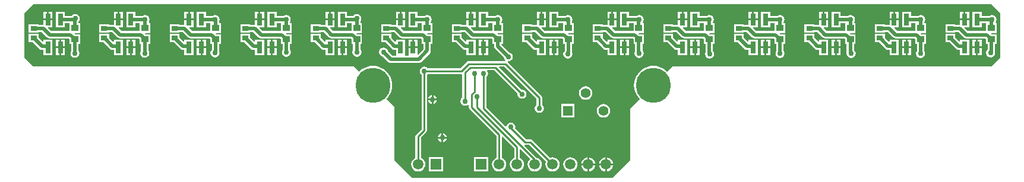
<source format=gbl>
G04*
G04 #@! TF.GenerationSoftware,Altium Limited,Altium Designer,19.0.12 (326)*
G04*
G04 Layer_Physical_Order=2*
G04 Layer_Color=16711680*
%FSLAX25Y25*%
%MOIN*%
G70*
G01*
G75*
%ADD13C,0.01000*%
%ADD27R,0.03543X0.02756*%
%ADD33C,0.02000*%
%ADD34R,0.05512X0.05512*%
%ADD35C,0.05512*%
%ADD36C,0.19685*%
%ADD37C,0.05906*%
%ADD38R,0.05906X0.05906*%
%ADD39C,0.03000*%
%ADD40R,0.03110X0.06535*%
%ADD41R,0.03937X0.03543*%
G36*
X545518Y100502D02*
X550518Y95502D01*
X550518Y70502D01*
X545518Y65501D01*
X366518Y65501D01*
X363709Y62692D01*
X362411Y63800D01*
X360956Y64692D01*
X359379Y65345D01*
X357719Y65744D01*
X356018Y65877D01*
X354317Y65744D01*
X352657Y65345D01*
X351080Y64692D01*
X349625Y63800D01*
X348328Y62692D01*
X347219Y61394D01*
X346327Y59939D01*
X345674Y58362D01*
X345276Y56703D01*
X345142Y55001D01*
X345276Y53300D01*
X345674Y51641D01*
X346327Y50064D01*
X347219Y48609D01*
X348328Y47311D01*
X343018Y42002D01*
X343018Y13002D01*
X333018Y3001D01*
X220518Y3001D01*
X210518Y13001D01*
X210518Y43001D01*
X206228Y47292D01*
X206228Y47311D01*
X207337Y48609D01*
X208228Y50064D01*
X208882Y51641D01*
X209280Y53300D01*
X209414Y55001D01*
X209280Y56703D01*
X208882Y58362D01*
X208228Y59939D01*
X207337Y61394D01*
X206228Y62692D01*
X204931Y63800D01*
X203475Y64692D01*
X201899Y65345D01*
X200239Y65744D01*
X198538Y65877D01*
X196836Y65744D01*
X195177Y65345D01*
X193600Y64692D01*
X192145Y63800D01*
X190847Y62692D01*
X190828Y62691D01*
X188018Y65501D01*
X8018Y65501D01*
X3018Y70502D01*
Y95502D01*
X8018Y100502D01*
X545518Y100502D01*
D02*
G37*
%LPC*%
G36*
X58352Y96259D02*
X56297D01*
Y92491D01*
X58352D01*
Y96259D01*
D02*
G37*
G36*
X18780D02*
X16725D01*
Y92491D01*
X18780D01*
Y96259D01*
D02*
G37*
G36*
X137495D02*
X135440D01*
Y92491D01*
X137495D01*
Y96259D01*
D02*
G37*
G36*
X97924D02*
X95869D01*
Y92491D01*
X97924D01*
Y96259D01*
D02*
G37*
G36*
X134440D02*
X132385D01*
Y92491D01*
X134440D01*
Y96259D01*
D02*
G37*
G36*
X94869D02*
X92813D01*
Y92491D01*
X94869D01*
Y96259D01*
D02*
G37*
G36*
X15725D02*
X13670D01*
Y92491D01*
X15725D01*
Y96259D01*
D02*
G37*
G36*
X55297D02*
X53242D01*
Y92491D01*
X55297D01*
Y96259D01*
D02*
G37*
G36*
X533212D02*
X531157D01*
Y92491D01*
X533212D01*
Y96259D01*
D02*
G37*
G36*
X493641D02*
X491585D01*
Y92491D01*
X493641D01*
Y96259D01*
D02*
G37*
G36*
X454069D02*
X452014D01*
Y92491D01*
X454069D01*
Y96259D01*
D02*
G37*
G36*
X414497D02*
X412442D01*
Y92491D01*
X414497D01*
Y96259D01*
D02*
G37*
G36*
X374925D02*
X372870D01*
Y92491D01*
X374925D01*
Y96259D01*
D02*
G37*
G36*
X335354D02*
X333299D01*
Y92491D01*
X335354D01*
Y96259D01*
D02*
G37*
G36*
X295782D02*
X293727D01*
Y92491D01*
X295782D01*
Y96259D01*
D02*
G37*
G36*
X256210D02*
X254155D01*
Y92491D01*
X256210D01*
Y96259D01*
D02*
G37*
G36*
X216639D02*
X214584D01*
Y92491D01*
X216639D01*
Y96259D01*
D02*
G37*
G36*
X177067D02*
X175012D01*
Y92491D01*
X177067D01*
Y96259D01*
D02*
G37*
G36*
X530157D02*
X528102D01*
Y92491D01*
X530157D01*
Y96259D01*
D02*
G37*
G36*
X451014D02*
X448959D01*
Y92491D01*
X451014D01*
Y96259D01*
D02*
G37*
G36*
X411442D02*
X409387D01*
Y92491D01*
X411442D01*
Y96259D01*
D02*
G37*
G36*
X371870D02*
X369815D01*
Y92491D01*
X371870D01*
Y96259D01*
D02*
G37*
G36*
X490585D02*
X488530D01*
Y92491D01*
X490585D01*
Y96259D01*
D02*
G37*
G36*
X332299D02*
X330244D01*
Y92491D01*
X332299D01*
Y96259D01*
D02*
G37*
G36*
X253155D02*
X251100D01*
Y92491D01*
X253155D01*
Y96259D01*
D02*
G37*
G36*
X174012D02*
X171957D01*
Y92491D01*
X174012D01*
Y96259D01*
D02*
G37*
G36*
X213584D02*
X211528D01*
Y92491D01*
X213584D01*
Y96259D01*
D02*
G37*
G36*
X292727D02*
X290672D01*
Y92491D01*
X292727D01*
Y96259D01*
D02*
G37*
G36*
X540212D02*
X535102D01*
Y87723D01*
X540212D01*
Y89952D01*
X542196D01*
X542689Y89935D01*
Y85430D01*
X532450D01*
X530619Y87261D01*
X530811Y87723D01*
X533212D01*
Y91491D01*
X530657D01*
X528102D01*
Y89150D01*
X527983Y89052D01*
X525429D01*
Y89391D01*
X519885D01*
Y84635D01*
X525429D01*
Y84974D01*
X527139D01*
X530163Y81949D01*
X530825Y81507D01*
X531605Y81352D01*
X531605Y81352D01*
X542285D01*
X542689Y80948D01*
Y78092D01*
X543618D01*
Y75083D01*
X543466Y74981D01*
X542913Y74155D01*
X542719Y73179D01*
X542913Y72204D01*
X543466Y71377D01*
X544293Y70824D01*
X545268Y70630D01*
X546244Y70824D01*
X547071Y71377D01*
X547623Y72204D01*
X547817Y73179D01*
X547691Y73813D01*
X547696Y73839D01*
Y78092D01*
X548626D01*
Y83635D01*
X545835D01*
X545611Y83914D01*
X545821Y84391D01*
X548626D01*
Y89935D01*
X548245D01*
X547978Y90435D01*
X548373Y91026D01*
X548567Y92001D01*
X548373Y92977D01*
X547821Y93804D01*
X546994Y94356D01*
X546018Y94551D01*
X545043Y94356D01*
X544554Y94030D01*
X540212D01*
Y96259D01*
D02*
G37*
G36*
X500640D02*
X495530D01*
Y87723D01*
X500640D01*
Y89952D01*
X502624D01*
X503117Y89935D01*
Y85430D01*
X492878D01*
X491048Y87261D01*
X491239Y87723D01*
X493641D01*
Y91491D01*
X491085D01*
X488530D01*
Y89150D01*
X488412Y89052D01*
X485857D01*
Y89391D01*
X480314D01*
Y84635D01*
X485857D01*
Y84974D01*
X487567D01*
X490592Y81949D01*
X491253Y81507D01*
X492034Y81352D01*
X492034Y81352D01*
X502713D01*
X503117Y80948D01*
Y78092D01*
X503849D01*
Y74220D01*
X503534Y73748D01*
X503340Y72772D01*
X503534Y71797D01*
X504086Y70970D01*
X504913Y70417D01*
X505889Y70223D01*
X506864Y70417D01*
X507691Y70970D01*
X508244Y71797D01*
X508437Y72772D01*
X508244Y73748D01*
X507928Y74220D01*
Y78092D01*
X509054D01*
Y83635D01*
X506263D01*
X506039Y83914D01*
X506250Y84391D01*
X509054D01*
Y89935D01*
X508125D01*
Y90654D01*
X508373Y91026D01*
X508567Y92001D01*
X508373Y92977D01*
X507821Y93804D01*
X506994Y94356D01*
X506018Y94551D01*
X505043Y94356D01*
X504554Y94030D01*
X500640D01*
Y96259D01*
D02*
G37*
G36*
X461069D02*
X455959D01*
Y87723D01*
X461069D01*
Y89952D01*
X463052D01*
X463545Y89935D01*
Y85430D01*
X453307D01*
X451476Y87261D01*
X451667Y87723D01*
X454069D01*
Y91491D01*
X451514D01*
X448959D01*
Y89150D01*
X448840Y89052D01*
X446285D01*
Y89391D01*
X440742D01*
Y84635D01*
X446285D01*
Y84974D01*
X447995D01*
X451020Y81949D01*
X451682Y81507D01*
X452462Y81352D01*
X452462Y81352D01*
X463141D01*
X463545Y80948D01*
Y78092D01*
X464474D01*
Y73277D01*
X464522Y73038D01*
X464469Y72772D01*
X464663Y71797D01*
X465216Y70970D01*
X466043Y70417D01*
X467018Y70223D01*
X467994Y70417D01*
X468821Y70970D01*
X469373Y71797D01*
X469567Y72772D01*
X469373Y73748D01*
X468821Y74575D01*
X468553Y74753D01*
Y78092D01*
X469482D01*
Y83635D01*
X466691D01*
X466468Y83914D01*
X466678Y84391D01*
X469482D01*
Y89935D01*
X468553D01*
Y90547D01*
X468873Y91026D01*
X469067Y92001D01*
X468873Y92977D01*
X468321Y93804D01*
X467494Y94356D01*
X466518Y94551D01*
X465543Y94356D01*
X465054Y94030D01*
X461069D01*
Y96259D01*
D02*
G37*
G36*
X421497D02*
X416387D01*
Y87723D01*
X421497D01*
Y89952D01*
X423481D01*
X423974Y89935D01*
Y85430D01*
X413735D01*
X411904Y87261D01*
X412096Y87723D01*
X414497D01*
Y91491D01*
X411942D01*
X409387D01*
Y89150D01*
X409268Y89052D01*
X406714D01*
Y89391D01*
X401170D01*
Y84635D01*
X406714D01*
Y84974D01*
X408424D01*
X411448Y81949D01*
X412110Y81507D01*
X412890Y81352D01*
X412890Y81352D01*
X423570D01*
X423974Y80948D01*
Y78092D01*
X424903D01*
Y73975D01*
X424751Y73748D01*
X424557Y72772D01*
X424751Y71797D01*
X425304Y70970D01*
X426131Y70417D01*
X427106Y70223D01*
X428082Y70417D01*
X428908Y70970D01*
X429461Y71797D01*
X429655Y72772D01*
X429461Y73748D01*
X428981Y74466D01*
Y78092D01*
X429911D01*
Y83635D01*
X427120D01*
X426896Y83914D01*
X427106Y84391D01*
X429911D01*
Y89935D01*
X428981D01*
Y90440D01*
X429373Y91026D01*
X429567Y92001D01*
X429373Y92977D01*
X428821Y93804D01*
X427994Y94356D01*
X427018Y94551D01*
X426043Y94356D01*
X425554Y94030D01*
X421497D01*
Y96259D01*
D02*
G37*
G36*
X381926D02*
X376815D01*
Y87723D01*
X381926D01*
Y89952D01*
X383909D01*
X384402Y89935D01*
Y85430D01*
X374163D01*
X372333Y87261D01*
X372524Y87723D01*
X374925D01*
Y91491D01*
X372370D01*
X369815D01*
Y89150D01*
X369697Y89052D01*
X367142D01*
Y89391D01*
X361599D01*
Y84635D01*
X367142D01*
Y84974D01*
X368852D01*
X371877Y81949D01*
X372538Y81507D01*
X373319Y81352D01*
X373319Y81352D01*
X383998D01*
X384402Y80948D01*
Y78092D01*
X385331D01*
Y73728D01*
X385163Y73477D01*
X384969Y72501D01*
X385163Y71526D01*
X385716Y70699D01*
X386543Y70147D01*
X387518Y69952D01*
X388494Y70147D01*
X389321Y70699D01*
X389873Y71526D01*
X390067Y72501D01*
X389873Y73477D01*
X389409Y74171D01*
Y78092D01*
X390339D01*
Y83635D01*
X387548D01*
X387324Y83914D01*
X387534Y84391D01*
X390339D01*
Y89935D01*
X389409D01*
Y90553D01*
X389725Y91026D01*
X389919Y92001D01*
X389725Y92977D01*
X389173Y93804D01*
X388346Y94356D01*
X387370Y94551D01*
X386395Y94356D01*
X385906Y94030D01*
X381926D01*
Y96259D01*
D02*
G37*
G36*
X342354D02*
X337244D01*
Y87723D01*
X342354D01*
Y89952D01*
X344337D01*
X344830Y89935D01*
Y85430D01*
X334592D01*
X332761Y87261D01*
X332952Y87723D01*
X335354D01*
Y91491D01*
X332799D01*
X330244D01*
Y89150D01*
X330125Y89052D01*
X327570D01*
Y89391D01*
X322027D01*
Y84635D01*
X327570D01*
Y84974D01*
X329280D01*
X332305Y81949D01*
X332967Y81507D01*
X333747Y81352D01*
X333747Y81352D01*
X344426D01*
X344830Y80948D01*
Y78092D01*
X345760D01*
Y73892D01*
X345663Y73748D01*
X345469Y72772D01*
X345663Y71797D01*
X346216Y70970D01*
X347043Y70417D01*
X348018Y70223D01*
X348994Y70417D01*
X349821Y70970D01*
X350373Y71797D01*
X350567Y72772D01*
X350373Y73748D01*
X349838Y74549D01*
Y78092D01*
X350767D01*
Y83635D01*
X347976D01*
X347753Y83914D01*
X347963Y84391D01*
X350767D01*
Y89935D01*
X350235D01*
X349978Y90435D01*
X350373Y91026D01*
X350567Y92001D01*
X350373Y92977D01*
X349821Y93804D01*
X348994Y94356D01*
X348018Y94551D01*
X347043Y94356D01*
X346554Y94030D01*
X342354D01*
Y96259D01*
D02*
G37*
G36*
X302782D02*
X297672D01*
Y87723D01*
X302782D01*
Y89952D01*
X304766D01*
X305258Y89935D01*
Y85430D01*
X295020D01*
X293189Y87261D01*
X293381Y87723D01*
X295782D01*
Y91491D01*
X293227D01*
X290672D01*
Y89150D01*
X290553Y89052D01*
X287999D01*
Y89391D01*
X282455D01*
Y84635D01*
X287999D01*
Y84974D01*
X289709D01*
X292733Y81949D01*
X293395Y81507D01*
X294175Y81352D01*
X294175Y81352D01*
X304855D01*
X305258Y80948D01*
Y78092D01*
X306188D01*
Y74262D01*
X305663Y73477D01*
X305469Y72501D01*
X305663Y71526D01*
X306216Y70699D01*
X307043Y70147D01*
X308018Y69952D01*
X308994Y70147D01*
X309821Y70699D01*
X310373Y71526D01*
X310567Y72501D01*
X310373Y73477D01*
X310266Y73637D01*
Y78092D01*
X311195D01*
Y83635D01*
X308405D01*
X308181Y83914D01*
X308391Y84391D01*
X311195D01*
Y89935D01*
X310266D01*
Y90866D01*
X310373Y91026D01*
X310567Y92001D01*
X310373Y92977D01*
X309821Y93804D01*
X308994Y94356D01*
X308018Y94551D01*
X307043Y94356D01*
X306554Y94030D01*
X302782D01*
Y96259D01*
D02*
G37*
G36*
X263210D02*
X258100D01*
Y87723D01*
X263210D01*
Y89952D01*
X265194D01*
X265687Y89935D01*
Y85430D01*
X255448D01*
X253618Y87261D01*
X253809Y87723D01*
X256210D01*
Y91491D01*
X253655D01*
X251100D01*
Y89150D01*
X250982Y89052D01*
X248427D01*
Y89391D01*
X242884D01*
Y84635D01*
X248427D01*
Y84974D01*
X250137D01*
X253162Y81949D01*
X253823Y81507D01*
X254604Y81352D01*
X254604Y81352D01*
X265283D01*
X265687Y80948D01*
Y78092D01*
X266616D01*
Y76864D01*
X266771Y76084D01*
X267213Y75422D01*
X272052Y70583D01*
X272163Y70026D01*
X272716Y69199D01*
X272968Y69031D01*
X272816Y68531D01*
X252366D01*
X251780Y68414D01*
X251284Y68083D01*
X247598Y64397D01*
X229369D01*
X229187Y64670D01*
X228360Y65223D01*
X227384Y65417D01*
X226409Y65223D01*
X225582Y64670D01*
X225029Y63843D01*
X224835Y62868D01*
X225029Y61892D01*
X225582Y61065D01*
X225855Y60883D01*
Y30269D01*
X222937Y27351D01*
X222605Y26855D01*
X222489Y26269D01*
Y14146D01*
X222025Y13954D01*
X221199Y13321D01*
X220565Y12495D01*
X220167Y11533D01*
X220031Y10502D01*
X220167Y9470D01*
X220565Y8508D01*
X221199Y7682D01*
X222025Y7049D01*
X222986Y6650D01*
X224018Y6515D01*
X225050Y6650D01*
X226012Y7049D01*
X226837Y7682D01*
X227471Y8508D01*
X227869Y9470D01*
X228005Y10502D01*
X227869Y11533D01*
X227471Y12495D01*
X226837Y13321D01*
X226012Y13954D01*
X225548Y14146D01*
Y25636D01*
X228466Y28554D01*
X228797Y29050D01*
X228914Y29635D01*
Y60883D01*
X229187Y61065D01*
X229369Y61338D01*
X248232D01*
X248356Y61363D01*
X248742Y61046D01*
Y47986D01*
X248469Y47804D01*
X247917Y46977D01*
X247723Y46001D01*
X247917Y45026D01*
X248469Y44199D01*
X249296Y43647D01*
X250272Y43453D01*
X251247Y43647D01*
X251989Y44142D01*
X252489Y43988D01*
Y42635D01*
X252605Y42050D01*
X252937Y41554D01*
X267886Y26604D01*
Y14146D01*
X267422Y13954D01*
X266597Y13321D01*
X265963Y12495D01*
X265565Y11533D01*
X265429Y10502D01*
X265565Y9470D01*
X265963Y8508D01*
X266597Y7682D01*
X267422Y7049D01*
X268384Y6650D01*
X269416Y6515D01*
X270448Y6650D01*
X271409Y7049D01*
X272235Y7682D01*
X272868Y8508D01*
X273267Y9470D01*
X273403Y10502D01*
X273267Y11533D01*
X272868Y12495D01*
X272235Y13321D01*
X271409Y13954D01*
X270945Y14146D01*
Y25930D01*
X271407Y26121D01*
X277886Y19642D01*
Y14146D01*
X277422Y13954D01*
X276597Y13321D01*
X275963Y12495D01*
X275565Y11533D01*
X275429Y10502D01*
X275565Y9470D01*
X275963Y8508D01*
X276597Y7682D01*
X277422Y7049D01*
X278384Y6650D01*
X279416Y6515D01*
X280448Y6650D01*
X281409Y7049D01*
X282235Y7682D01*
X282869Y8508D01*
X283267Y9470D01*
X283403Y10502D01*
X283267Y11533D01*
X282869Y12495D01*
X282235Y13321D01*
X281409Y13954D01*
X280945Y14146D01*
Y18758D01*
X281407Y18950D01*
X286624Y13733D01*
X286597Y13321D01*
X285963Y12495D01*
X285565Y11533D01*
X285429Y10502D01*
X285565Y9470D01*
X285963Y8508D01*
X286597Y7682D01*
X287422Y7049D01*
X288384Y6650D01*
X289416Y6515D01*
X290448Y6650D01*
X291409Y7049D01*
X292235Y7682D01*
X292868Y8508D01*
X293267Y9470D01*
X293403Y10502D01*
X293267Y11533D01*
X292868Y12495D01*
X292235Y13321D01*
X291409Y13954D01*
X290448Y14353D01*
X290312Y14370D01*
X283654Y21028D01*
X283900Y21489D01*
X283987Y21472D01*
X286282D01*
X295757Y11997D01*
X295565Y11533D01*
X295429Y10502D01*
X295565Y9470D01*
X295963Y8508D01*
X296597Y7682D01*
X297422Y7049D01*
X298384Y6650D01*
X299416Y6515D01*
X300448Y6650D01*
X301409Y7049D01*
X302235Y7682D01*
X302869Y8508D01*
X303267Y9470D01*
X303403Y10502D01*
X303267Y11533D01*
X302869Y12495D01*
X302235Y13321D01*
X301409Y13954D01*
X300448Y14353D01*
X299416Y14488D01*
X298384Y14353D01*
X297920Y14160D01*
X287997Y24083D01*
X287501Y24415D01*
X286916Y24531D01*
X284620D01*
X278415Y30736D01*
X278567Y31501D01*
X278373Y32477D01*
X277821Y33304D01*
X276994Y33856D01*
X276018Y34051D01*
X275043Y33856D01*
X274216Y33304D01*
X273663Y32477D01*
X273539Y31851D01*
X272996Y31686D01*
X262181Y42501D01*
Y59466D01*
X262454Y59648D01*
X263007Y60475D01*
X263201Y61451D01*
X263007Y62426D01*
X262642Y62972D01*
X262910Y63472D01*
X266601D01*
X279750Y50323D01*
X279686Y50002D01*
X279880Y49026D01*
X280433Y48199D01*
X281259Y47647D01*
X282235Y47453D01*
X283210Y47647D01*
X284037Y48199D01*
X284590Y49026D01*
X284784Y50002D01*
X284590Y50977D01*
X284037Y51804D01*
X283210Y52356D01*
X282235Y52551D01*
X281913Y52486D01*
X269389Y65010D01*
X269581Y65472D01*
X272385D01*
X290489Y47368D01*
Y43986D01*
X290216Y43804D01*
X289663Y42977D01*
X289469Y42002D01*
X289663Y41026D01*
X290216Y40199D01*
X291043Y39647D01*
X292018Y39452D01*
X292994Y39647D01*
X293821Y40199D01*
X294373Y41026D01*
X294567Y42002D01*
X294373Y42977D01*
X293821Y43804D01*
X293548Y43986D01*
Y48002D01*
X293431Y48587D01*
X293100Y49083D01*
X274171Y68012D01*
X274259Y68299D01*
X274391Y68478D01*
X274518Y68453D01*
X275494Y68647D01*
X276321Y69199D01*
X276873Y70026D01*
X277067Y71001D01*
X276873Y71977D01*
X276321Y72804D01*
X275494Y73356D01*
X274936Y73467D01*
X270811Y77592D01*
X270977Y78092D01*
X271624D01*
Y83635D01*
X268833D01*
X268609Y83914D01*
X268819Y84391D01*
X271624D01*
Y89935D01*
X270694D01*
Y90553D01*
X271010Y91026D01*
X271204Y92001D01*
X271010Y92977D01*
X270458Y93804D01*
X269631Y94356D01*
X268655Y94551D01*
X267680Y94356D01*
X267191Y94030D01*
X263210D01*
Y96259D01*
D02*
G37*
G36*
X223639D02*
X218529D01*
Y87723D01*
X223639D01*
Y89952D01*
X225622D01*
X226115Y89935D01*
Y85430D01*
X215877D01*
X214046Y87261D01*
X214237Y87723D01*
X216639D01*
Y91491D01*
X214084D01*
X211528D01*
Y89150D01*
X211410Y89052D01*
X208855D01*
Y89391D01*
X203312D01*
Y84635D01*
X208855D01*
Y84974D01*
X210565D01*
X213590Y81949D01*
X214252Y81507D01*
X215032Y81352D01*
X215032Y81352D01*
X225711D01*
X226115Y80948D01*
Y78092D01*
X227045D01*
Y75263D01*
X224139Y72357D01*
X223639Y72565D01*
Y75743D01*
X221084D01*
X218529D01*
Y72041D01*
X218529Y71975D01*
X218370Y71541D01*
X216797D01*
X216639Y71975D01*
X216639Y72041D01*
Y80511D01*
X211528D01*
Y79594D01*
X211067Y79402D01*
X208855Y81614D01*
Y83880D01*
X203312D01*
Y79124D01*
X205578D01*
X209258Y75443D01*
X209920Y75001D01*
X210700Y74846D01*
X211528D01*
Y72041D01*
X211528Y71975D01*
X211370Y71541D01*
X209540D01*
X206984Y74097D01*
X206873Y74655D01*
X206321Y75481D01*
X205494Y76034D01*
X204518Y76228D01*
X203543Y76034D01*
X202716Y75481D01*
X202163Y74655D01*
X201969Y73679D01*
X202163Y72704D01*
X202716Y71877D01*
X203543Y71324D01*
X204100Y71213D01*
X207254Y68060D01*
X207915Y67617D01*
X208696Y67462D01*
X224167D01*
X224947Y67617D01*
X225609Y68060D01*
X230526Y72977D01*
X230968Y73638D01*
X231123Y74418D01*
Y78092D01*
X232052D01*
Y83635D01*
X229261D01*
X229038Y83914D01*
X229248Y84391D01*
X232052D01*
Y89935D01*
X231123D01*
Y90490D01*
X231439Y90962D01*
X231633Y91938D01*
X231439Y92914D01*
X230886Y93740D01*
X230059Y94293D01*
X229084Y94487D01*
X228108Y94293D01*
X227715Y94030D01*
X223639D01*
Y96259D01*
D02*
G37*
G36*
X184067D02*
X178957D01*
Y87723D01*
X184067D01*
Y89952D01*
X186051D01*
X186544Y89935D01*
Y85430D01*
X176305D01*
X174474Y87261D01*
X174666Y87723D01*
X177067D01*
Y91491D01*
X174512D01*
X171957D01*
Y89150D01*
X171838Y89052D01*
X169284D01*
Y89391D01*
X163740D01*
Y84635D01*
X169284D01*
Y84974D01*
X170994D01*
X174018Y81949D01*
X174680Y81507D01*
X175460Y81352D01*
X175460Y81352D01*
X186140D01*
X186544Y80948D01*
Y78092D01*
X187473D01*
Y74704D01*
X187321Y74477D01*
X187127Y73501D01*
X187321Y72526D01*
X187874Y71699D01*
X188701Y71147D01*
X189676Y70952D01*
X190652Y71147D01*
X191478Y71699D01*
X192031Y72526D01*
X192225Y73501D01*
X192031Y74477D01*
X191551Y75195D01*
Y78092D01*
X192481D01*
Y83635D01*
X189690D01*
X189466Y83914D01*
X189676Y84391D01*
X192481D01*
Y89935D01*
X191551D01*
Y91044D01*
X191873Y91526D01*
X192067Y92501D01*
X191873Y93477D01*
X191321Y94304D01*
X190494Y94856D01*
X189518Y95051D01*
X188543Y94856D01*
X187716Y94304D01*
X187533Y94030D01*
X184067D01*
Y96259D01*
D02*
G37*
G36*
X144495D02*
X139385D01*
Y87723D01*
X144495D01*
Y89952D01*
X146479D01*
X146972Y89935D01*
Y85430D01*
X136733D01*
X134903Y87261D01*
X135094Y87723D01*
X137495D01*
Y91491D01*
X134940D01*
X132385D01*
Y89150D01*
X132267Y89052D01*
X129712D01*
Y89391D01*
X124169D01*
Y84635D01*
X129712D01*
Y84974D01*
X131422D01*
X134447Y81949D01*
X135108Y81507D01*
X135889Y81352D01*
X135889Y81352D01*
X146568D01*
X146972Y80948D01*
Y78092D01*
X147901D01*
Y74785D01*
X147749Y74558D01*
X147555Y73582D01*
X147749Y72607D01*
X148302Y71780D01*
X149129Y71227D01*
X150104Y71033D01*
X151080Y71227D01*
X151907Y71780D01*
X152459Y72607D01*
X152653Y73582D01*
X152459Y74558D01*
X151979Y75276D01*
Y78092D01*
X152909D01*
Y83635D01*
X150118D01*
X149894Y83914D01*
X150104Y84391D01*
X152909D01*
Y89935D01*
X151979D01*
Y90553D01*
X152295Y91026D01*
X152489Y92001D01*
X152295Y92977D01*
X151743Y93804D01*
X150916Y94356D01*
X149940Y94551D01*
X148965Y94356D01*
X148476Y94030D01*
X144495D01*
Y96259D01*
D02*
G37*
G36*
X104924D02*
X99813D01*
Y87723D01*
X104924D01*
Y89952D01*
X106907D01*
X107400Y89935D01*
Y85430D01*
X97162D01*
X95331Y87261D01*
X95522Y87723D01*
X97924D01*
Y91491D01*
X95369D01*
X92813D01*
Y89150D01*
X92695Y89052D01*
X90140D01*
Y89391D01*
X84597D01*
Y84635D01*
X90140D01*
Y84974D01*
X91850D01*
X94875Y81949D01*
X95537Y81507D01*
X96317Y81352D01*
X96317Y81352D01*
X106996D01*
X107400Y80948D01*
Y78092D01*
X108329D01*
Y75093D01*
X108163Y74981D01*
X107610Y74155D01*
X107416Y73179D01*
X107610Y72204D01*
X108163Y71377D01*
X108990Y70824D01*
X109965Y70630D01*
X110941Y70824D01*
X111768Y71377D01*
X112320Y72204D01*
X112514Y73179D01*
X112408Y73714D01*
Y78092D01*
X113337D01*
Y83635D01*
X110546D01*
X110323Y83914D01*
X110533Y84391D01*
X113337D01*
Y89935D01*
X112408D01*
Y91137D01*
X112567Y91938D01*
X112373Y92914D01*
X111821Y93740D01*
X110994Y94293D01*
X110018Y94487D01*
X109043Y94293D01*
X108649Y94030D01*
X104924D01*
Y96259D01*
D02*
G37*
G36*
X65352D02*
X60242D01*
Y87723D01*
X65352D01*
Y89952D01*
X67335D01*
X67828Y89935D01*
Y85430D01*
X57590D01*
X55759Y87261D01*
X55950Y87723D01*
X58352D01*
Y91491D01*
X55797D01*
X53242D01*
Y89150D01*
X53123Y89052D01*
X50569D01*
Y89391D01*
X45025D01*
Y84635D01*
X50569D01*
Y84974D01*
X52279D01*
X55303Y81949D01*
X55965Y81507D01*
X56745Y81352D01*
X56745Y81352D01*
X67425D01*
X67828Y80948D01*
Y78092D01*
X68479D01*
Y74449D01*
X68163Y73977D01*
X67969Y73001D01*
X68163Y72026D01*
X68716Y71199D01*
X69543Y70647D01*
X70518Y70452D01*
X71494Y70647D01*
X72321Y71199D01*
X72873Y72026D01*
X73067Y73001D01*
X72873Y73977D01*
X72557Y74449D01*
Y78092D01*
X73765D01*
Y83635D01*
X70974D01*
X70751Y83914D01*
X70961Y84391D01*
X73765D01*
Y89935D01*
X72836D01*
Y90490D01*
X73152Y90962D01*
X73346Y91938D01*
X73152Y92914D01*
X72599Y93740D01*
X71772Y94293D01*
X70797Y94487D01*
X69822Y94293D01*
X69428Y94030D01*
X65352D01*
Y96259D01*
D02*
G37*
G36*
X25780D02*
X20670D01*
Y87723D01*
X25780D01*
Y89952D01*
X27764D01*
X28257Y89935D01*
Y85430D01*
X18018D01*
X16187Y87261D01*
X16379Y87723D01*
X18780D01*
Y91491D01*
X16225D01*
X13670D01*
Y89150D01*
X13552Y89052D01*
X10997D01*
Y89391D01*
X5454D01*
Y84635D01*
X10997D01*
Y84974D01*
X12707D01*
X15732Y81949D01*
X16393Y81507D01*
X17174Y81352D01*
X17174Y81352D01*
X27853D01*
X28257Y80948D01*
Y78092D01*
X29186D01*
Y74184D01*
X29048Y73977D01*
X28854Y73001D01*
X29048Y72026D01*
X29600Y71199D01*
X30427Y70647D01*
X31403Y70452D01*
X32378Y70647D01*
X33205Y71199D01*
X33758Y72026D01*
X33952Y73001D01*
X33758Y73977D01*
X33264Y74715D01*
Y78092D01*
X34194D01*
Y83635D01*
X31403D01*
X31179Y83914D01*
X31389Y84391D01*
X34194D01*
Y89935D01*
X33264D01*
Y90662D01*
X33321Y90699D01*
X33873Y91526D01*
X34067Y92501D01*
X33873Y93477D01*
X33321Y94304D01*
X32494Y94856D01*
X31518Y95051D01*
X30543Y94856D01*
X29716Y94304D01*
X29533Y94030D01*
X25780D01*
Y96259D01*
D02*
G37*
G36*
X144495Y80511D02*
X142440D01*
Y76743D01*
X144495D01*
Y80511D01*
D02*
G37*
G36*
X104924D02*
X102869D01*
Y76743D01*
X104924D01*
Y80511D01*
D02*
G37*
G36*
X65352D02*
X63297D01*
Y76743D01*
X65352D01*
Y80511D01*
D02*
G37*
G36*
X25780D02*
X23725D01*
Y76743D01*
X25780D01*
Y80511D01*
D02*
G37*
G36*
X141440D02*
X139385D01*
Y76743D01*
X141440D01*
Y80511D01*
D02*
G37*
G36*
X101869D02*
X99813D01*
Y76743D01*
X101869D01*
Y80511D01*
D02*
G37*
G36*
X62297D02*
X60242D01*
Y76743D01*
X62297D01*
Y80511D01*
D02*
G37*
G36*
X22725D02*
X20670D01*
Y76743D01*
X22725D01*
Y80511D01*
D02*
G37*
G36*
X540212D02*
X538157D01*
Y76743D01*
X540212D01*
Y80511D01*
D02*
G37*
G36*
X500640D02*
X498585D01*
Y76743D01*
X500640D01*
Y80511D01*
D02*
G37*
G36*
X461069D02*
X459014D01*
Y76743D01*
X461069D01*
Y80511D01*
D02*
G37*
G36*
X421497D02*
X419442D01*
Y76743D01*
X421497D01*
Y80511D01*
D02*
G37*
G36*
X381926D02*
X379870D01*
Y76743D01*
X381926D01*
Y80511D01*
D02*
G37*
G36*
X342354D02*
X340299D01*
Y76743D01*
X342354D01*
Y80511D01*
D02*
G37*
G36*
X302782D02*
X300727D01*
Y76743D01*
X302782D01*
Y80511D01*
D02*
G37*
G36*
X263210D02*
X261155D01*
Y76743D01*
X263210D01*
Y80511D01*
D02*
G37*
G36*
X223639D02*
X221584D01*
Y76743D01*
X223639D01*
Y80511D01*
D02*
G37*
G36*
X184067D02*
X182012D01*
Y76743D01*
X184067D01*
Y80511D01*
D02*
G37*
G36*
X497585D02*
X495530D01*
Y76743D01*
X497585D01*
Y80511D01*
D02*
G37*
G36*
X458014D02*
X455959D01*
Y76743D01*
X458014D01*
Y80511D01*
D02*
G37*
G36*
X378870D02*
X376815D01*
Y76743D01*
X378870D01*
Y80511D01*
D02*
G37*
G36*
X339299D02*
X337244D01*
Y76743D01*
X339299D01*
Y80511D01*
D02*
G37*
G36*
X260155D02*
X258100D01*
Y76743D01*
X260155D01*
Y80511D01*
D02*
G37*
G36*
X181012D02*
X178957D01*
Y76743D01*
X181012D01*
Y80511D01*
D02*
G37*
G36*
X299727D02*
X297672D01*
Y76743D01*
X299727D01*
Y80511D01*
D02*
G37*
G36*
X537157D02*
X535102D01*
Y76743D01*
X537157D01*
Y80511D01*
D02*
G37*
G36*
X418442D02*
X416387D01*
Y76743D01*
X418442D01*
Y80511D01*
D02*
G37*
G36*
X220584D02*
X218529D01*
Y76743D01*
X220584D01*
Y80511D01*
D02*
G37*
G36*
X540212Y75743D02*
X538157D01*
Y71975D01*
X540212D01*
Y75743D01*
D02*
G37*
G36*
X537157D02*
X535102D01*
Y71975D01*
X537157D01*
Y75743D01*
D02*
G37*
G36*
X525429Y83880D02*
X519885D01*
Y79124D01*
X522151D01*
X525832Y75443D01*
X526493Y75001D01*
X527274Y74846D01*
X528102D01*
Y71975D01*
X533212D01*
Y80511D01*
X528102D01*
Y79594D01*
X527640Y79402D01*
X525429Y81614D01*
Y83880D01*
D02*
G37*
G36*
X500640Y75743D02*
X498585D01*
Y71975D01*
X500640D01*
Y75743D01*
D02*
G37*
G36*
X497585D02*
X495530D01*
Y71975D01*
X497585D01*
Y75743D01*
D02*
G37*
G36*
X485857Y83880D02*
X480314D01*
Y79124D01*
X482580D01*
X486260Y75443D01*
X486922Y75001D01*
X487702Y74846D01*
X488530D01*
Y71975D01*
X493641D01*
Y80511D01*
X488530D01*
Y79594D01*
X488068Y79402D01*
X485857Y81614D01*
Y83880D01*
D02*
G37*
G36*
X461069Y75743D02*
X459014D01*
Y71975D01*
X461069D01*
Y75743D01*
D02*
G37*
G36*
X458014D02*
X455959D01*
Y71975D01*
X458014D01*
Y75743D01*
D02*
G37*
G36*
X446285Y83880D02*
X440742D01*
Y79124D01*
X443008D01*
X446688Y75443D01*
X447350Y75001D01*
X448130Y74846D01*
X448959D01*
Y71975D01*
X454069D01*
Y80511D01*
X448959D01*
Y79594D01*
X448497Y79402D01*
X446285Y81614D01*
Y83880D01*
D02*
G37*
G36*
X421497Y75743D02*
X419442D01*
Y71975D01*
X421497D01*
Y75743D01*
D02*
G37*
G36*
X418442D02*
X416387D01*
Y71975D01*
X418442D01*
Y75743D01*
D02*
G37*
G36*
X406714Y83880D02*
X401170D01*
Y79124D01*
X403436D01*
X407117Y75443D01*
X407778Y75001D01*
X408559Y74846D01*
X409387D01*
Y71975D01*
X414497D01*
Y80511D01*
X409387D01*
Y79594D01*
X408925Y79402D01*
X406714Y81614D01*
Y83880D01*
D02*
G37*
G36*
X381926Y75743D02*
X379870D01*
Y71975D01*
X381926D01*
Y75743D01*
D02*
G37*
G36*
X378870D02*
X376815D01*
Y71975D01*
X378870D01*
Y75743D01*
D02*
G37*
G36*
X367142Y83880D02*
X361599D01*
Y79124D01*
X363864D01*
X367545Y75443D01*
X368207Y75001D01*
X368987Y74846D01*
X369815D01*
Y71975D01*
X374925D01*
Y80511D01*
X369815D01*
Y79594D01*
X369353Y79402D01*
X367142Y81614D01*
Y83880D01*
D02*
G37*
G36*
X342354Y75743D02*
X340299D01*
Y71975D01*
X342354D01*
Y75743D01*
D02*
G37*
G36*
X339299D02*
X337244D01*
Y71975D01*
X339299D01*
Y75743D01*
D02*
G37*
G36*
X327570Y83880D02*
X322027D01*
Y79124D01*
X324293D01*
X327973Y75443D01*
X328635Y75001D01*
X329415Y74846D01*
X330244D01*
Y71975D01*
X335354D01*
Y80511D01*
X330244D01*
Y79594D01*
X329782Y79402D01*
X327570Y81614D01*
Y83880D01*
D02*
G37*
G36*
X302782Y75743D02*
X300727D01*
Y71975D01*
X302782D01*
Y75743D01*
D02*
G37*
G36*
X299727D02*
X297672D01*
Y71975D01*
X299727D01*
Y75743D01*
D02*
G37*
G36*
X287999Y83880D02*
X282455D01*
Y79124D01*
X284721D01*
X288402Y75443D01*
X289063Y75001D01*
X289844Y74846D01*
X290672D01*
Y71975D01*
X295782D01*
Y80511D01*
X290672D01*
Y79594D01*
X290210Y79402D01*
X287999Y81614D01*
Y83880D01*
D02*
G37*
G36*
X263210Y75743D02*
X261155D01*
Y71975D01*
X263210D01*
Y75743D01*
D02*
G37*
G36*
X260155D02*
X258100D01*
Y71975D01*
X260155D01*
Y75743D01*
D02*
G37*
G36*
X248427Y83880D02*
X242884D01*
Y79124D01*
X245149D01*
X248830Y75443D01*
X249491Y75001D01*
X250272Y74846D01*
X251100D01*
Y71975D01*
X256210D01*
Y80511D01*
X251100D01*
Y79594D01*
X250638Y79402D01*
X248427Y81614D01*
Y83880D01*
D02*
G37*
G36*
X184067Y75743D02*
X182012D01*
Y71975D01*
X184067D01*
Y75743D01*
D02*
G37*
G36*
X181012D02*
X178957D01*
Y71975D01*
X181012D01*
Y75743D01*
D02*
G37*
G36*
X169284Y83880D02*
X163740D01*
Y79124D01*
X166006D01*
X169686Y75443D01*
X170348Y75001D01*
X171128Y74846D01*
X171957D01*
Y71975D01*
X177067D01*
Y80511D01*
X171957D01*
Y79594D01*
X171495Y79402D01*
X169284Y81614D01*
Y83880D01*
D02*
G37*
G36*
X144495Y75743D02*
X142440D01*
Y71975D01*
X144495D01*
Y75743D01*
D02*
G37*
G36*
X141440D02*
X139385D01*
Y71975D01*
X141440D01*
Y75743D01*
D02*
G37*
G36*
X129712Y83880D02*
X124169D01*
Y79124D01*
X126434D01*
X130115Y75443D01*
X130776Y75001D01*
X131557Y74846D01*
X132385D01*
Y71975D01*
X137495D01*
Y80511D01*
X132385D01*
Y79594D01*
X131923Y79402D01*
X129712Y81614D01*
Y83880D01*
D02*
G37*
G36*
X104924Y75743D02*
X102869D01*
Y71975D01*
X104924D01*
Y75743D01*
D02*
G37*
G36*
X101869D02*
X99813D01*
Y71975D01*
X101869D01*
Y75743D01*
D02*
G37*
G36*
X90140Y83880D02*
X84597D01*
Y79124D01*
X86863D01*
X90543Y75443D01*
X91205Y75001D01*
X91985Y74846D01*
X92813D01*
Y71975D01*
X97924D01*
Y80511D01*
X92813D01*
Y79594D01*
X92352Y79402D01*
X90140Y81614D01*
Y83880D01*
D02*
G37*
G36*
X65352Y75743D02*
X63297D01*
Y71975D01*
X65352D01*
Y75743D01*
D02*
G37*
G36*
X62297D02*
X60242D01*
Y71975D01*
X62297D01*
Y75743D01*
D02*
G37*
G36*
X50569Y83880D02*
X45025D01*
Y79124D01*
X47291D01*
X50972Y75443D01*
X51633Y75001D01*
X52413Y74846D01*
X53242D01*
Y71975D01*
X58352D01*
Y80511D01*
X53242D01*
Y79594D01*
X52780Y79402D01*
X50569Y81614D01*
Y83880D01*
D02*
G37*
G36*
X25780Y75743D02*
X23725D01*
Y71975D01*
X25780D01*
Y75743D01*
D02*
G37*
G36*
X22725D02*
X20670D01*
Y71975D01*
X22725D01*
Y75743D01*
D02*
G37*
G36*
X10997Y83880D02*
X5454D01*
Y79124D01*
X7719D01*
X11400Y75443D01*
X12061Y75001D01*
X12842Y74846D01*
X13670D01*
Y71975D01*
X18780D01*
Y80511D01*
X13670D01*
Y79594D01*
X13208Y79402D01*
X10997Y81614D01*
Y83880D01*
D02*
G37*
G36*
X232518Y49426D02*
Y47477D01*
X234468D01*
X234373Y47952D01*
X233821Y48779D01*
X232994Y49332D01*
X232518Y49426D01*
D02*
G37*
G36*
X231518D02*
X231043Y49332D01*
X230216Y48779D01*
X229663Y47952D01*
X229569Y47477D01*
X231518D01*
Y49426D01*
D02*
G37*
G36*
X318018Y54428D02*
X317038Y54299D01*
X316124Y53920D01*
X315339Y53318D01*
X314737Y52534D01*
X314359Y51620D01*
X314230Y50639D01*
X314359Y49659D01*
X314737Y48745D01*
X315339Y47961D01*
X316124Y47359D01*
X317038Y46980D01*
X318018Y46851D01*
X318999Y46980D01*
X319912Y47359D01*
X320697Y47961D01*
X321299Y48745D01*
X321677Y49659D01*
X321807Y50639D01*
X321677Y51620D01*
X321299Y52534D01*
X320697Y53318D01*
X319912Y53920D01*
X318999Y54299D01*
X318018Y54428D01*
D02*
G37*
G36*
X234468Y46477D02*
X232518D01*
Y44527D01*
X232994Y44622D01*
X233821Y45175D01*
X234373Y46001D01*
X234468Y46477D01*
D02*
G37*
G36*
X231518D02*
X229569D01*
X229663Y46001D01*
X230216Y45175D01*
X231043Y44622D01*
X231518Y44527D01*
Y46477D01*
D02*
G37*
G36*
X311774Y44395D02*
X304262D01*
Y36883D01*
X311774D01*
Y44395D01*
D02*
G37*
G36*
X328018Y44428D02*
X327038Y44298D01*
X326124Y43920D01*
X325339Y43318D01*
X324737Y42533D01*
X324359Y41620D01*
X324230Y40639D01*
X324359Y39659D01*
X324737Y38745D01*
X325339Y37961D01*
X326124Y37358D01*
X327038Y36980D01*
X328018Y36851D01*
X328999Y36980D01*
X329912Y37358D01*
X330697Y37961D01*
X331299Y38745D01*
X331677Y39659D01*
X331806Y40639D01*
X331677Y41620D01*
X331299Y42533D01*
X330697Y43318D01*
X329912Y43920D01*
X328999Y44298D01*
X328018Y44428D01*
D02*
G37*
G36*
X238018Y27951D02*
Y26002D01*
X239968D01*
X239873Y26477D01*
X239321Y27304D01*
X238494Y27856D01*
X238018Y27951D01*
D02*
G37*
G36*
X237018D02*
X236543Y27856D01*
X235716Y27304D01*
X235163Y26477D01*
X235069Y26002D01*
X237018D01*
Y27951D01*
D02*
G37*
G36*
X239968Y25001D02*
X238018D01*
Y23052D01*
X238494Y23146D01*
X239321Y23699D01*
X239873Y24526D01*
X239968Y25001D01*
D02*
G37*
G36*
X237018D02*
X235069D01*
X235163Y24526D01*
X235716Y23699D01*
X236543Y23146D01*
X237018Y23052D01*
Y25001D01*
D02*
G37*
G36*
X329916Y14423D02*
Y11001D01*
X333337D01*
X333267Y11533D01*
X332869Y12495D01*
X332235Y13321D01*
X331409Y13954D01*
X330448Y14353D01*
X329916Y14423D01*
D02*
G37*
G36*
X328916D02*
X328384Y14353D01*
X327422Y13954D01*
X326597Y13321D01*
X325963Y12495D01*
X325565Y11533D01*
X325495Y11001D01*
X328916D01*
Y14423D01*
D02*
G37*
G36*
X319916D02*
Y11001D01*
X323337D01*
X323267Y11533D01*
X322868Y12495D01*
X322235Y13321D01*
X321409Y13954D01*
X320448Y14353D01*
X319916Y14423D01*
D02*
G37*
G36*
X318916D02*
X318384Y14353D01*
X317422Y13954D01*
X316597Y13321D01*
X315963Y12495D01*
X315565Y11533D01*
X315495Y11001D01*
X318916D01*
Y14423D01*
D02*
G37*
G36*
X333337Y10001D02*
X329916D01*
Y6581D01*
X330448Y6650D01*
X331409Y7049D01*
X332235Y7682D01*
X332869Y8508D01*
X333267Y9470D01*
X333337Y10001D01*
D02*
G37*
G36*
X328916D02*
X325495D01*
X325565Y9470D01*
X325963Y8508D01*
X326597Y7682D01*
X327422Y7049D01*
X328384Y6650D01*
X328916Y6581D01*
Y10001D01*
D02*
G37*
G36*
X323337D02*
X319916D01*
Y6581D01*
X320448Y6650D01*
X321409Y7049D01*
X322235Y7682D01*
X322868Y8508D01*
X323267Y9470D01*
X323337Y10001D01*
D02*
G37*
G36*
X318916D02*
X315495D01*
X315565Y9470D01*
X315963Y8508D01*
X316597Y7682D01*
X317422Y7049D01*
X318384Y6650D01*
X318916Y6581D01*
Y10001D01*
D02*
G37*
G36*
X263369Y14454D02*
X255463D01*
Y6549D01*
X263369D01*
Y14454D01*
D02*
G37*
G36*
X237971D02*
X230065D01*
Y6549D01*
X237971D01*
Y14454D01*
D02*
G37*
G36*
X309416Y14488D02*
X308384Y14353D01*
X307422Y13954D01*
X306597Y13321D01*
X305963Y12495D01*
X305565Y11533D01*
X305429Y10502D01*
X305565Y9470D01*
X305963Y8508D01*
X306597Y7682D01*
X307422Y7049D01*
X308384Y6650D01*
X309416Y6515D01*
X310448Y6650D01*
X311409Y7049D01*
X312235Y7682D01*
X312868Y8508D01*
X313267Y9470D01*
X313403Y10502D01*
X313267Y11533D01*
X312868Y12495D01*
X312235Y13321D01*
X311409Y13954D01*
X310448Y14353D01*
X309416Y14488D01*
D02*
G37*
%LPD*%
D13*
X224018Y26269D02*
X227384Y29635D01*
X224018Y10502D02*
Y26269D01*
X273018Y67001D02*
X292018Y48002D01*
X252366Y67001D02*
X273018D01*
X292018Y42002D02*
Y48002D01*
X248232Y62868D02*
X252366Y67001D01*
X227384Y62868D02*
X248232D01*
X250272Y46001D02*
Y62079D01*
X253194Y65001D01*
X267235D01*
X282235Y50002D01*
X255518Y51244D02*
Y61501D01*
X254018Y49744D02*
X255518Y51244D01*
X254018Y42635D02*
Y49744D01*
Y42635D02*
X269416Y27238D01*
X260652Y41868D02*
Y61451D01*
Y41868D02*
X289416Y13104D01*
Y10502D02*
Y13104D01*
X257018Y42673D02*
Y48502D01*
X269416Y10502D02*
Y27238D01*
X257018Y42673D02*
X279416Y20275D01*
Y10502D02*
Y20275D01*
X276018Y30970D02*
Y31501D01*
Y30970D02*
X283987Y23001D01*
X227384Y29635D02*
Y62868D01*
X286916Y23001D02*
X299416Y10502D01*
X283987Y23001D02*
X286916D01*
D27*
X8225Y87013D02*
D03*
Y81502D02*
D03*
X206084Y87013D02*
D03*
Y81502D02*
D03*
X324799Y87013D02*
D03*
Y81502D02*
D03*
X443514Y87013D02*
D03*
Y81502D02*
D03*
X166512D02*
D03*
Y87013D02*
D03*
X47797Y81502D02*
D03*
Y87013D02*
D03*
X403942Y81502D02*
D03*
Y87013D02*
D03*
X285227Y81502D02*
D03*
Y87013D02*
D03*
X483085Y81502D02*
D03*
Y87013D02*
D03*
X522657Y81502D02*
D03*
Y87013D02*
D03*
X87369Y81502D02*
D03*
Y87013D02*
D03*
X364370Y81502D02*
D03*
Y87013D02*
D03*
X245655Y81502D02*
D03*
Y87013D02*
D03*
X126940Y81502D02*
D03*
Y87013D02*
D03*
D33*
X208696Y69502D02*
X224167D01*
X204518Y73679D02*
X208696Y69502D01*
X224167D02*
X229084Y74418D01*
X545268Y73179D02*
Y73450D01*
X545657Y73839D01*
Y80864D01*
X505889Y72772D02*
Y80667D01*
X506085Y80864D01*
X466514Y73277D02*
X467018Y72772D01*
X466514Y73277D02*
Y80864D01*
X426942Y72936D02*
X427106Y72772D01*
X426942Y72936D02*
Y80864D01*
X387370Y72649D02*
X387518Y72501D01*
X387370Y72649D02*
Y80864D01*
X347799Y72992D02*
X348018Y72772D01*
X347799Y72992D02*
Y80864D01*
X308018Y72501D02*
Y72772D01*
X308227Y72981D01*
Y80864D01*
X268655Y76864D02*
Y80864D01*
Y76864D02*
X274518Y71001D01*
X229084Y74418D02*
Y80864D01*
X189512Y73665D02*
X189676Y73501D01*
X189512Y73665D02*
Y80864D01*
X149940Y73746D02*
X150104Y73582D01*
X149940Y73746D02*
Y80864D01*
X109965Y73179D02*
X110369Y73582D01*
Y80864D01*
X70518Y73001D02*
Y80585D01*
X70797Y80864D01*
X31225Y73179D02*
X31403Y73001D01*
X31225Y73179D02*
Y80864D01*
X543129Y83391D02*
X544689Y81832D01*
X531605Y83391D02*
X543129D01*
X527983Y87013D02*
X531605Y83391D01*
X522657Y87013D02*
X527983D01*
X503558Y83391D02*
X505117Y81832D01*
X492034Y83391D02*
X503558D01*
X488412Y87013D02*
X492034Y83391D01*
X483085Y87013D02*
X488412D01*
X463986Y83391D02*
X465545Y81832D01*
X452462Y83391D02*
X463986D01*
X448840Y87013D02*
X452462Y83391D01*
X443514Y87013D02*
X448840D01*
X424414Y83391D02*
X425974Y81832D01*
X412890Y83391D02*
X424414D01*
X409268Y87013D02*
X412890Y83391D01*
X403942Y87013D02*
X409268D01*
X384843Y83391D02*
X386402Y81832D01*
X373319Y83391D02*
X384843D01*
X369697Y87013D02*
X373319Y83391D01*
X364370Y87013D02*
X369697D01*
X345271Y83391D02*
X346830Y81832D01*
X333747Y83391D02*
X345271D01*
X330125Y87013D02*
X333747Y83391D01*
X324799Y87013D02*
X330125D01*
X305699Y83391D02*
X307259Y81832D01*
X294175Y83391D02*
X305699D01*
X290553Y87013D02*
X294175Y83391D01*
X285227Y87013D02*
X290553D01*
X266128Y83391D02*
X267687Y81832D01*
X254604Y83391D02*
X266128D01*
X250982Y87013D02*
X254604Y83391D01*
X245655Y87013D02*
X250982D01*
X226556Y83391D02*
X228115Y81832D01*
X215032Y83391D02*
X226556D01*
X211410Y87013D02*
X215032Y83391D01*
X206084Y87013D02*
X211410D01*
X186984Y83391D02*
X188543Y81832D01*
X175460Y83391D02*
X186984D01*
X171838Y87013D02*
X175460Y83391D01*
X166512Y87013D02*
X171838D01*
X147413Y83391D02*
X148972Y81832D01*
X135889Y83391D02*
X147413D01*
X132267Y87013D02*
X135889Y83391D01*
X126940Y87013D02*
X132267D01*
X107841Y83391D02*
X109400Y81832D01*
X96317Y83391D02*
X107841D01*
X92695Y87013D02*
X96317Y83391D01*
X87369Y87013D02*
X92695D01*
X68269Y83391D02*
X69828Y81832D01*
X56745Y83391D02*
X68269D01*
X53123Y87013D02*
X56745Y83391D01*
X47797Y87013D02*
X53123D01*
X28698Y83391D02*
X30257Y81832D01*
X17174Y83391D02*
X28698D01*
X13552Y87013D02*
X17174Y83391D01*
X8225Y87013D02*
X13552D01*
X530657Y76243D02*
Y76330D01*
X530102Y76885D02*
X530657Y76330D01*
X527274Y76885D02*
X530102D01*
X523429Y80730D02*
X527274Y76885D01*
X523429Y80730D02*
Y81124D01*
X523051Y81502D02*
X523429Y81124D01*
X522657Y81502D02*
X523051D01*
X491085Y76243D02*
Y76330D01*
X490530Y76885D02*
X491085Y76330D01*
X487702Y76885D02*
X490530D01*
X483857Y80730D02*
X487702Y76885D01*
X483857Y80730D02*
Y81124D01*
X483479Y81502D02*
X483857Y81124D01*
X483085Y81502D02*
X483479D01*
X451514Y76243D02*
Y76330D01*
X450959Y76885D02*
X451514Y76330D01*
X448130Y76885D02*
X450959D01*
X444285Y80730D02*
X448130Y76885D01*
X444285Y80730D02*
Y81124D01*
X443907Y81502D02*
X444285Y81124D01*
X443514Y81502D02*
X443907D01*
X411942Y76243D02*
Y76330D01*
X411387Y76885D02*
X411942Y76330D01*
X408559Y76885D02*
X411387D01*
X404714Y80730D02*
X408559Y76885D01*
X404714Y80730D02*
Y81124D01*
X404336Y81502D02*
X404714Y81124D01*
X403942Y81502D02*
X404336D01*
X372370Y76243D02*
Y76330D01*
X371815Y76885D02*
X372370Y76330D01*
X368987Y76885D02*
X371815D01*
X365142Y80730D02*
X368987Y76885D01*
X365142Y80730D02*
Y81124D01*
X364764Y81502D02*
X365142Y81124D01*
X364370Y81502D02*
X364764D01*
X332799Y76243D02*
Y76330D01*
X332244Y76885D02*
X332799Y76330D01*
X329415Y76885D02*
X332244D01*
X325570Y80730D02*
X329415Y76885D01*
X325570Y80730D02*
Y81124D01*
X325192Y81502D02*
X325570Y81124D01*
X324799Y81502D02*
X325192D01*
X253655Y76243D02*
Y76330D01*
X253100Y76885D02*
X253655Y76330D01*
X250272Y76885D02*
X253100D01*
X246427Y80730D02*
X250272Y76885D01*
X246427Y80730D02*
Y81124D01*
X246049Y81502D02*
X246427Y81124D01*
X245655Y81502D02*
X246049D01*
X214084Y76243D02*
Y76330D01*
X213528Y76885D02*
X214084Y76330D01*
X210700Y76885D02*
X213528D01*
X206855Y80730D02*
X210700Y76885D01*
X206855Y80730D02*
Y81124D01*
X206477Y81502D02*
X206855Y81124D01*
X206084Y81502D02*
X206477D01*
X174512Y76243D02*
Y76330D01*
X173957Y76885D02*
X174512Y76330D01*
X171128Y76885D02*
X173957D01*
X167284Y80730D02*
X171128Y76885D01*
X167284Y80730D02*
Y81124D01*
X166906Y81502D02*
X167284Y81124D01*
X166512Y81502D02*
X166906D01*
X134940Y76243D02*
Y76330D01*
X134385Y76885D02*
X134940Y76330D01*
X131557Y76885D02*
X134385D01*
X127712Y80730D02*
X131557Y76885D01*
X127712Y80730D02*
Y81124D01*
X127334Y81502D02*
X127712Y81124D01*
X126940Y81502D02*
X127334D01*
X95369Y76243D02*
Y76330D01*
X94814Y76885D02*
X95369Y76330D01*
X91985Y76885D02*
X94814D01*
X88140Y80730D02*
X91985Y76885D01*
X88140Y80730D02*
Y81124D01*
X87762Y81502D02*
X88140Y81124D01*
X87369Y81502D02*
X87762D01*
X55797Y76243D02*
Y76330D01*
X55242Y76885D02*
X55797Y76330D01*
X52413Y76885D02*
X55242D01*
X48569Y80730D02*
X52413Y76885D01*
X48569Y80730D02*
Y81124D01*
X48191Y81502D02*
X48569Y81124D01*
X47797Y81502D02*
X48191D01*
X16225Y76243D02*
Y76330D01*
X15670Y76885D02*
X16225Y76330D01*
X12842Y76885D02*
X15670D01*
X8997Y80730D02*
X12842Y76885D01*
X8997Y80730D02*
Y81124D01*
X8619Y81502D02*
X8997Y81124D01*
X8225Y81502D02*
X8619D01*
X268655Y87163D02*
Y92001D01*
X268645Y91991D02*
X268655Y92001D01*
X260655Y91991D02*
X268645D01*
X229084Y87163D02*
Y91938D01*
X229031Y91991D02*
X229084Y91938D01*
X221084Y91991D02*
X229031D01*
X189007D02*
X189512Y92495D01*
X189518Y92501D01*
X189512Y87163D02*
Y92495D01*
X181512Y91991D02*
X189007D01*
X149940Y87163D02*
Y92001D01*
X149930Y91991D02*
X149940Y92001D01*
X141940Y91991D02*
X149930D01*
X110018Y91667D02*
Y91938D01*
Y91667D02*
X110369Y91317D01*
Y87163D02*
Y91317D01*
X109965Y91991D02*
X110018Y91938D01*
X102369Y91991D02*
X109965D01*
X70797Y87163D02*
Y91938D01*
X70744Y91991D02*
X70797Y91938D01*
X62797Y91991D02*
X70744D01*
X31518Y92231D02*
Y92501D01*
X31225Y91938D02*
X31518Y92231D01*
X31225Y87163D02*
Y91938D01*
X31008Y91991D02*
X31518Y92501D01*
X23225Y91991D02*
X31008D01*
X546018Y91731D02*
Y92001D01*
X545657Y91370D02*
X546018Y91731D01*
X545657Y87163D02*
Y91370D01*
X546007Y91991D02*
X546018Y92001D01*
X537657Y91991D02*
X546007D01*
X506018Y92001D02*
X506085Y91934D01*
Y87163D02*
Y91934D01*
X506007Y91991D02*
X506018Y92001D01*
X498085Y91991D02*
X506007D01*
X466507D02*
X466514Y91997D01*
X466518Y92001D01*
X466514Y87163D02*
Y91997D01*
X458514Y91991D02*
X466507D01*
X427007D02*
X427018Y92001D01*
X426942Y91925D02*
X427007Y91991D01*
X426942Y87163D02*
Y91925D01*
X418942Y91991D02*
X427007D01*
X387370Y87163D02*
Y92001D01*
X387360Y91991D02*
X387370Y92001D01*
X379370Y91991D02*
X387360D01*
X348018Y91731D02*
Y92001D01*
X347799Y91511D02*
X348018Y91731D01*
X347799Y87163D02*
Y91511D01*
X348007Y91991D02*
X348018Y92001D01*
X339799Y91991D02*
X348007D01*
X308018Y91731D02*
Y92001D01*
Y91731D02*
X308227Y91522D01*
Y87163D02*
Y91522D01*
X308008Y91991D02*
X308018Y92001D01*
X300227Y91991D02*
X308008D01*
X285227Y81502D02*
X285621D01*
X285999Y81124D01*
Y80730D02*
Y81124D01*
Y80730D02*
X289844Y76885D01*
X292672D01*
X293227Y76330D01*
Y76243D02*
Y76330D01*
D34*
X308018Y40639D02*
D03*
D35*
X318018Y50639D02*
D03*
X328018Y40639D02*
D03*
D36*
X356018Y55001D02*
D03*
X198538D02*
D03*
D37*
X224018Y10502D02*
D03*
X269416D02*
D03*
X279416D02*
D03*
X289416D02*
D03*
X299416D02*
D03*
X309416D02*
D03*
X319416D02*
D03*
X329416D02*
D03*
D38*
X234018D02*
D03*
X259416D02*
D03*
D39*
X204518Y73679D02*
D03*
X545268Y73179D02*
D03*
X505889Y72772D02*
D03*
X467018D02*
D03*
X427106D02*
D03*
X387518Y72501D02*
D03*
X348018Y72772D02*
D03*
X308018Y72501D02*
D03*
X274518Y71001D02*
D03*
X189676Y73501D02*
D03*
X150104Y73582D02*
D03*
X109965Y73179D02*
D03*
X70518Y73001D02*
D03*
X31403D02*
D03*
X237518Y25501D02*
D03*
X232018Y46977D02*
D03*
X282235Y50002D02*
D03*
X255518Y61501D02*
D03*
X250272Y46001D02*
D03*
X268655Y92001D02*
D03*
X229084Y91938D02*
D03*
X189518Y92501D02*
D03*
X149940Y92001D02*
D03*
X110018Y91938D02*
D03*
X70797D02*
D03*
X31518Y92501D02*
D03*
X546018Y92001D02*
D03*
X506018D02*
D03*
X466518D02*
D03*
X427018D02*
D03*
X387370D02*
D03*
X348018D02*
D03*
X308018D02*
D03*
X292018Y42002D02*
D03*
X257018Y48502D02*
D03*
X260652Y61451D02*
D03*
X276018Y31501D02*
D03*
X227384Y62868D02*
D03*
D40*
X16225Y91991D02*
D03*
Y76243D02*
D03*
X23225Y91991D02*
D03*
Y76243D02*
D03*
X55797Y91991D02*
D03*
Y76243D02*
D03*
X62797Y91991D02*
D03*
Y76243D02*
D03*
X95369Y91991D02*
D03*
Y76243D02*
D03*
X102369Y91991D02*
D03*
Y76243D02*
D03*
X134940Y91991D02*
D03*
Y76243D02*
D03*
X141940Y91991D02*
D03*
Y76243D02*
D03*
X174512Y91991D02*
D03*
Y76243D02*
D03*
X181512Y91991D02*
D03*
Y76243D02*
D03*
X214084Y91991D02*
D03*
Y76243D02*
D03*
X221084Y91991D02*
D03*
Y76243D02*
D03*
X253655Y91991D02*
D03*
Y76243D02*
D03*
X260655Y91991D02*
D03*
Y76243D02*
D03*
X293227Y91991D02*
D03*
Y76243D02*
D03*
X300227Y91991D02*
D03*
Y76243D02*
D03*
X332799Y91991D02*
D03*
Y76243D02*
D03*
X339799Y91991D02*
D03*
Y76243D02*
D03*
X372370Y91991D02*
D03*
Y76243D02*
D03*
X379370Y91991D02*
D03*
Y76243D02*
D03*
X411942Y91991D02*
D03*
Y76243D02*
D03*
X418942Y91991D02*
D03*
Y76243D02*
D03*
X451514Y91991D02*
D03*
Y76243D02*
D03*
X458514Y91991D02*
D03*
Y76243D02*
D03*
X491085Y91991D02*
D03*
Y76243D02*
D03*
X498085Y91991D02*
D03*
Y76243D02*
D03*
X530657Y91991D02*
D03*
Y76243D02*
D03*
X537657Y91991D02*
D03*
Y76243D02*
D03*
D41*
X426942Y80864D02*
D03*
Y87163D02*
D03*
X189512Y80864D02*
D03*
Y87163D02*
D03*
X506085Y80864D02*
D03*
Y87163D02*
D03*
X387370Y80864D02*
D03*
Y87163D02*
D03*
X466514Y80864D02*
D03*
Y87163D02*
D03*
X308227Y80864D02*
D03*
Y87163D02*
D03*
X268655Y80864D02*
D03*
Y87163D02*
D03*
X70797Y80864D02*
D03*
Y87163D02*
D03*
X149940Y80864D02*
D03*
Y87163D02*
D03*
X31225Y80864D02*
D03*
Y87163D02*
D03*
X347799Y80864D02*
D03*
Y87163D02*
D03*
X229084Y80864D02*
D03*
Y87163D02*
D03*
X545657Y80864D02*
D03*
Y87163D02*
D03*
X110369Y80864D02*
D03*
Y87163D02*
D03*
M02*

</source>
